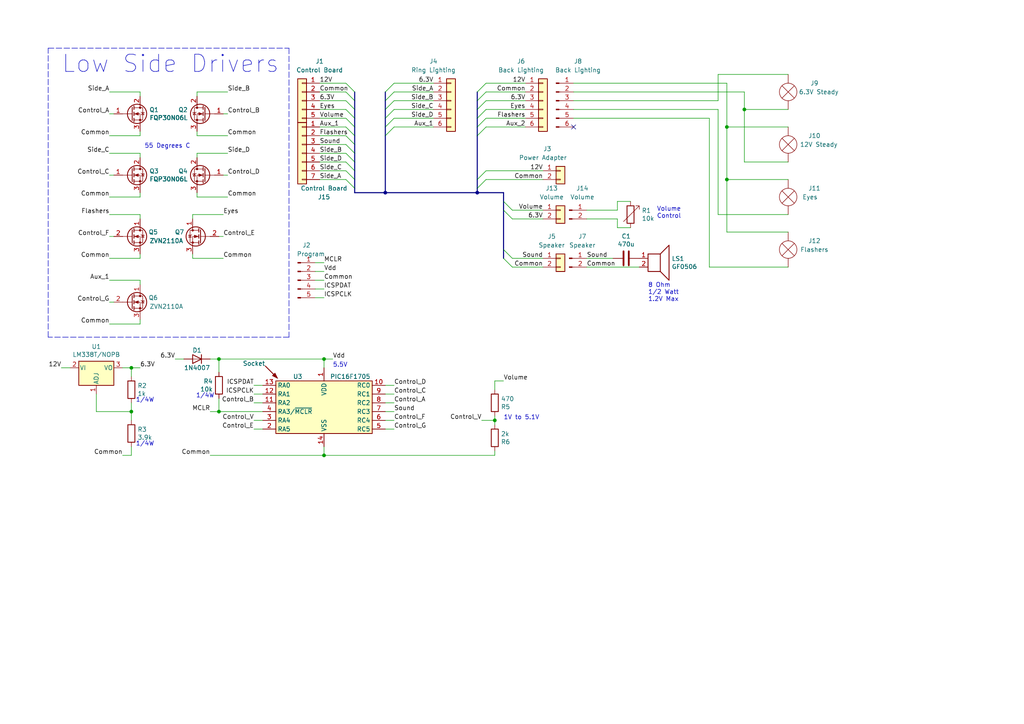
<source format=kicad_sch>
(kicad_sch (version 20231120) (generator "eeschema") (generator_version "8.0")
  (paper "A4")
  (lib_symbols
    (symbol "Connector_Generic:Conn_01x02" (pin_names (offset 1.016) hide)
      (property "Reference" "J" (at 0 2.54 0))
      (property "Value" "Conn_01x02" (at 0 -5.08 0))
      (symbol "Conn_01x02_1_1"
        (rectangle (start -1.27 -2.413) (end 0 -2.667) (stroke (width 0.1524)))
        (rectangle (start -1.27 0.127) (end 0 -0.127) (stroke (width 0.1524)))
        (rectangle (start -1.27 1.27) (end 1.27 -3.81) (stroke (width 0.254)) (fill (type background)))
        (pin passive line (at -5.08 0 0) (length 3.81) (name "Pin_1") (number "1"))
        (pin passive line (at -5.08 -2.54 0) (length 3.81) (name "Pin_2") (number "2"))
      )
    )
    (symbol "Connector_Generic:Conn_01x05" (pin_names (offset 1.016) hide)
      (property "Reference" "J" (at 0 7.62 0))
      (property "Value" "Conn_01x05" (at 0 -7.62 0))
      (symbol "Conn_01x05_1_1"
        (rectangle (start -1.27 -4.953) (end 0 -5.207) (stroke (width 0.1524)))
        (rectangle (start -1.27 -2.413) (end 0 -2.667) (stroke (width 0.1524)))
        (rectangle (start -1.27 0.127) (end 0 -0.127) (stroke (width 0.1524)))
        (rectangle (start -1.27 2.667) (end 0 2.413) (stroke (width 0.1524)))
        (rectangle (start -1.27 5.207) (end 0 4.953) (stroke (width 0.1524)))
        (rectangle (start -1.27 6.35) (end 1.27 -6.35) (stroke (width 0.254)) (fill (type background)))
        (pin passive line (at -5.08 5.08 0) (length 3.81) (name "Pin_1") (number "1"))
        (pin passive line (at -5.08 2.54 0) (length 3.81) (name "Pin_2") (number "2"))
        (pin passive line (at -5.08 0 0) (length 3.81) (name "Pin_3") (number "3"))
        (pin passive line (at -5.08 -2.54 0) (length 3.81) (name "Pin_4") (number "4"))
        (pin passive line (at -5.08 -5.08 0) (length 3.81) (name "Pin_5") (number "5"))
      )
    )
    (symbol "Connector_Generic:Conn_01x06" (pin_names (offset 1.016) hide)
      (property "Reference" "J" (at 0 7.62 0))
      (property "Value" "Conn_01x06" (at 0 -10.16 0))
      (symbol "Conn_01x06_1_1"
        (rectangle (start -1.27 -7.493) (end 0 -7.747) (stroke (width 0.1524)))
        (rectangle (start -1.27 -4.953) (end 0 -5.207) (stroke (width 0.1524)))
        (rectangle (start -1.27 -2.413) (end 0 -2.667) (stroke (width 0.1524)))
        (rectangle (start -1.27 0.127) (end 0 -0.127) (stroke (width 0.1524)))
        (rectangle (start -1.27 2.667) (end 0 2.413) (stroke (width 0.1524)))
        (rectangle (start -1.27 5.207) (end 0 4.953) (stroke (width 0.1524)))
        (rectangle (start -1.27 6.35) (end 1.27 -8.89) (stroke (width 0.254)) (fill (type background)))
        (pin passive line (at -5.08 5.08 0) (length 3.81) (name "Pin_1") (number "1"))
        (pin passive line (at -5.08 2.54 0) (length 3.81) (name "Pin_2") (number "2"))
        (pin passive line (at -5.08 0 0) (length 3.81) (name "Pin_3") (number "3"))
        (pin passive line (at -5.08 -2.54 0) (length 3.81) (name "Pin_4") (number "4"))
        (pin passive line (at -5.08 -5.08 0) (length 3.81) (name "Pin_5") (number "5"))
        (pin passive line (at -5.08 -7.62 0) (length 3.81) (name "Pin_6") (number "6"))
      )
    )
    (symbol "Connector_Generic:Conn_01x07" (pin_names (offset 1.016) hide)
      (property "Reference" "J" (at 0 10.16 0))
      (property "Value" "Conn_01x07" (at 0 -10.16 0))
      (symbol "Conn_01x07_1_1"
        (rectangle (start -1.27 -7.493) (end 0 -7.747) (stroke (width 0.1524)))
        (rectangle (start -1.27 -4.953) (end 0 -5.207) (stroke (width 0.1524)))
        (rectangle (start -1.27 -2.413) (end 0 -2.667) (stroke (width 0.1524)))
        (rectangle (start -1.27 0.127) (end 0 -0.127) (stroke (width 0.1524)))
        (rectangle (start -1.27 2.667) (end 0 2.413) (stroke (width 0.1524)))
        (rectangle (start -1.27 5.207) (end 0 4.953) (stroke (width 0.1524)))
        (rectangle (start -1.27 7.747) (end 0 7.493) (stroke (width 0.1524)))
        (rectangle (start -1.27 8.89) (end 1.27 -8.89) (stroke (width 0.254)) (fill (type background)))
        (pin passive line (at -5.08 7.62 0) (length 3.81) (name "Pin_1") (number "1"))
        (pin passive line (at -5.08 5.08 0) (length 3.81) (name "Pin_2") (number "2"))
        (pin passive line (at -5.08 2.54 0) (length 3.81) (name "Pin_3") (number "3"))
        (pin passive line (at -5.08 0 0) (length 3.81) (name "Pin_4") (number "4"))
        (pin passive line (at -5.08 -2.54 0) (length 3.81) (name "Pin_5") (number "5"))
        (pin passive line (at -5.08 -5.08 0) (length 3.81) (name "Pin_6") (number "6"))
        (pin passive line (at -5.08 -7.62 0) (length 3.81) (name "Pin_7") (number "7"))
      )
    )
    (symbol "Device:C" (pin_numbers hide) (pin_names (offset 0.254))
      (property "Reference" "C" (at 0.635 2.54 0))
      (property "Value" "C" (at 0.635 -2.54 0))
      (symbol "C_0_1"
        (polyline (pts (xy -2.032 -0.762) (xy 2.032 -0.762)) (stroke (width 0.508)))
        (polyline (pts (xy -2.032 0.762) (xy 2.032 0.762)) (stroke (width 0.508)))
      )
      (symbol "C_1_1"
        (pin passive line (at 0 3.81 270) (length 2.794) (name "~") (number "1"))
        (pin passive line (at 0 -3.81 90) (length 2.794) (name "~") (number "2"))
      )
    )
    (symbol "Device:D" (pin_numbers hide) (pin_names (offset 1.016) hide)
      (property "Reference" "D" (at 0 2.54 0))
      (property "Value" "D" (at 0 -2.54 0))
      (symbol "D_0_1"
        (polyline (pts (xy -1.27 1.27) (xy -1.27 -1.27)) (stroke (width 0.254)))
        (polyline (pts (xy 1.27 0) (xy -1.27 0)))
        (polyline (pts (xy 1.27 1.27) (xy 1.27 -1.27) (xy -1.27 0) (xy 1.27 1.27)) (stroke (width 0.254)))
      )
      (symbol "D_1_1"
        (pin passive line (at -3.81 0 0) (length 2.54) (name "K") (number "1"))
        (pin passive line (at 3.81 0 180) (length 2.54) (name "A") (number "2"))
      )
    )
    (symbol "Device:Lamp" (pin_numbers hide) (pin_names (offset 0.0254) hide)
      (property "Reference" "LA" (at 0.635 3.81 0))
      (property "Value" "Lamp" (at 0.635 -3.81 0))
      (symbol "Lamp_0_1"
        (polyline (pts (xy -1.778 1.778) (xy 1.778 -1.778)))
        (polyline (pts (xy 1.778 1.778) (xy -1.778 -1.778)))
        (circle (center 0 0) (radius 2.54))
      )
      (symbol "Lamp_1_1"
        (pin passive line (at 0 -5.08 90) (length 2.54) (name "-") (number "1"))
        (pin passive line (at 0 5.08 270) (length 2.54) (name "+") (number "2"))
      )
    )
    (symbol "Device:Q_NMOS_DGS" (pin_names (offset 0) hide)
      (property "Reference" "Q" (at 5.08 1.27 0))
      (property "Value" "Q_NMOS_DGS" (at 5.08 -1.27 0))
      (symbol "Q_NMOS_DGS_0_1"
        (polyline (pts (xy 0.254 0) (xy -2.54 0)))
        (polyline (pts (xy 0.254 1.905) (xy 0.254 -1.905)) (stroke (width 0.254)))
        (polyline (pts (xy 0.762 -1.27) (xy 0.762 -2.286)) (stroke (width 0.254)))
        (polyline (pts (xy 0.762 0.508) (xy 0.762 -0.508)) (stroke (width 0.254)))
        (polyline (pts (xy 0.762 2.286) (xy 0.762 1.27)) (stroke (width 0.254)))
        (polyline (pts (xy 2.54 2.54) (xy 2.54 1.778)))
        (polyline (pts (xy 2.54 -2.54) (xy 2.54 0) (xy 0.762 0)))
        (polyline (pts (xy 0.762 -1.778) (xy 3.302 -1.778) (xy 3.302 1.778) (xy 0.762 1.778)))
        (polyline (pts (xy 1.016 0) (xy 2.032 0.381) (xy 2.032 -0.381) (xy 1.016 0)) (fill (type outline)))
        (polyline (pts (xy 2.794 0.508) (xy 2.921 0.381) (xy 3.683 0.381) (xy 3.81 0.254)))
        (polyline (pts (xy 3.302 0.381) (xy 2.921 -0.254) (xy 3.683 -0.254) (xy 3.302 0.381)))
        (circle (center 1.651 0) (radius 2.794) (stroke (width 0.254)))
        (circle (center 2.54 -1.778) (radius 0.254) (fill (type outline)))
        (circle (center 2.54 1.778) (radius 0.254) (fill (type outline)))
      )
      (symbol "Q_NMOS_DGS_1_1"
        (pin passive line (at 2.54 5.08 270) (length 2.54) (name "D") (number "1"))
        (pin input line (at -5.08 0 0) (length 2.54) (name "G") (number "2"))
        (pin passive line (at 2.54 -5.08 90) (length 2.54) (name "S") (number "3"))
      )
    )
    (symbol "Device:Q_NMOS_GDS" (pin_names (offset 0) hide)
      (property "Reference" "Q" (at 5.08 1.27 0))
      (property "Value" "Q_NMOS_GDS" (at 5.08 -1.27 0))
      (symbol "Q_NMOS_GDS_0_1"
        (polyline (pts (xy 0.254 0) (xy -2.54 0)))
        (polyline (pts (xy 0.254 1.905) (xy 0.254 -1.905)) (stroke (width 0.254)))
        (polyline (pts (xy 0.762 -1.27) (xy 0.762 -2.286)) (stroke (width 0.254)))
        (polyline (pts (xy 0.762 0.508) (xy 0.762 -0.508)) (stroke (width 0.254)))
        (polyline (pts (xy 0.762 2.286) (xy 0.762 1.27)) (stroke (width 0.254)))
        (polyline (pts (xy 2.54 2.54) (xy 2.54 1.778)))
        (polyline (pts (xy 2.54 -2.54) (xy 2.54 0) (xy 0.762 0)))
        (polyline (pts (xy 0.762 -1.778) (xy 3.302 -1.778) (xy 3.302 1.778) (xy 0.762 1.778)))
        (polyline (pts (xy 1.016 0) (xy 2.032 0.381) (xy 2.032 -0.381) (xy 1.016 0)) (fill (type outline)))
        (polyline (pts (xy 2.794 0.508) (xy 2.921 0.381) (xy 3.683 0.381) (xy 3.81 0.254)))
        (polyline (pts (xy 3.302 0.381) (xy 2.921 -0.254) (xy 3.683 -0.254) (xy 3.302 0.381)))
        (circle (center 1.651 0) (radius 2.794) (stroke (width 0.254)))
        (circle (center 2.54 -1.778) (radius 0.254) (fill (type outline)))
        (circle (center 2.54 1.778) (radius 0.254) (fill (type outline)))
      )
      (symbol "Q_NMOS_GDS_1_1"
        (pin input line (at -5.08 0 0) (length 2.54) (name "G") (number "1"))
        (pin passive line (at 2.54 5.08 270) (length 2.54) (name "D") (number "2"))
        (pin passive line (at 2.54 -5.08 90) (length 2.54) (name "S") (number "3"))
      )
    )
    (symbol "Device:R" (pin_numbers hide) (pin_names (offset 0))
      (property "Reference" "R" (at 2.032 0 90))
      (property "Value" "R" (at 0 0 90))
      (symbol "R_0_1"
        (rectangle (start -1.016 -2.54) (end 1.016 2.54) (stroke (width 0.254)))
      )
      (symbol "R_1_1"
        (pin passive line (at 0 3.81 270) (length 1.27) (name "~") (number "1"))
        (pin passive line (at 0 -3.81 90) (length 1.27) (name "~") (number "2"))
      )
    )
    (symbol "Device:R_Variable" (pin_numbers hide) (pin_names (offset 0))
      (property "Reference" "R" (at 2.54 -2.54 90))
      (property "Value" "R_Variable" (at -2.54 -1.27 90))
      (symbol "R_Variable_0_1"
        (rectangle (start -1.016 -2.54) (end 1.016 2.54) (stroke (width 0.254)))
        (polyline (pts (xy 2.54 1.524) (xy 2.54 2.54) (xy 1.524 2.54) (xy 2.54 2.54) (xy -2.032 -2.032)))
      )
      (symbol "R_Variable_1_1"
        (pin passive line (at 0 3.81 270) (length 1.27) (name "~") (number "1"))
        (pin passive line (at 0 -3.81 90) (length 1.27) (name "~") (number "2"))
      )
    )
    (symbol "Device:Speaker" (pin_names (offset 0) hide)
      (property "Reference" "LS" (at 1.27 5.715 0))
      (property "Value" "Speaker" (at 1.27 3.81 0))
      (symbol "Speaker_0_0"
        (rectangle (start -2.54 1.27) (end 1.016 -3.81) (stroke (width 0.254)))
        (polyline (pts (xy 1.016 1.27) (xy 3.556 3.81) (xy 3.556 -6.35) (xy 1.016 -3.81)) (stroke (width 0.254)))
      )
      (symbol "Speaker_1_1"
        (pin input line (at -5.08 0 0) (length 2.54) (name "1") (number "1"))
        (pin input line (at -5.08 -2.54 0) (length 2.54) (name "2") (number "2"))
      )
    )
    (symbol "DriverBoard-rescue:Conn_01x02_Male-Connector" (pin_names (offset 1.016) hide)
      (property "Reference" "J" (at 0 2.54 0))
      (property "Value" "Connector_Conn_01x02_Male" (at 0 -5.08 0))
      (symbol "Conn_01x02_Male-Connector_1_1"
        (polyline (pts (xy 1.27 -2.54) (xy 0.8636 -2.54)) (stroke (width 0.1524)))
        (polyline (pts (xy 1.27 0) (xy 0.8636 0)) (stroke (width 0.1524)))
        (rectangle (start 0.8636 -2.413) (end 0 -2.667) (stroke (width 0.1524)) (fill (type outline)))
        (rectangle (start 0.8636 0.127) (end 0 -0.127) (stroke (width 0.1524)) (fill (type outline)))
        (pin passive line (at 5.08 0 180) (length 3.81) (name "Pin_1") (number "1"))
        (pin passive line (at 5.08 -2.54 180) (length 3.81) (name "Pin_2") (number "2"))
      )
    )
    (symbol "DriverBoard-rescue:Conn_01x05_Male-Connector" (pin_names (offset 1.016) hide)
      (property "Reference" "J" (at 0 7.62 0))
      (property "Value" "Connector_Conn_01x05_Male" (at 0 -7.62 0))
      (symbol "Conn_01x05_Male-Connector_1_1"
        (polyline (pts (xy 1.27 -5.08) (xy 0.8636 -5.08)) (stroke (width 0.1524)))
        (polyline (pts (xy 1.27 -2.54) (xy 0.8636 -2.54)) (stroke (width 0.1524)))
        (polyline (pts (xy 1.27 0) (xy 0.8636 0)) (stroke (width 0.1524)))
        (polyline (pts (xy 1.27 2.54) (xy 0.8636 2.54)) (stroke (width 0.1524)))
        (polyline (pts (xy 1.27 5.08) (xy 0.8636 5.08)) (stroke (width 0.1524)))
        (rectangle (start 0.8636 -4.953) (end 0 -5.207) (stroke (width 0.1524)) (fill (type outline)))
        (rectangle (start 0.8636 -2.413) (end 0 -2.667) (stroke (width 0.1524)) (fill (type outline)))
        (rectangle (start 0.8636 0.127) (end 0 -0.127) (stroke (width 0.1524)) (fill (type outline)))
        (rectangle (start 0.8636 2.667) (end 0 2.413) (stroke (width 0.1524)) (fill (type outline)))
        (rectangle (start 0.8636 5.207) (end 0 4.953) (stroke (width 0.1524)) (fill (type outline)))
        (pin passive line (at 5.08 5.08 180) (length 3.81) (name "Pin_1") (number "1"))
        (pin passive line (at 5.08 2.54 180) (length 3.81) (name "Pin_2") (number "2"))
        (pin passive line (at 5.08 0 180) (length 3.81) (name "Pin_3") (number "3"))
        (pin passive line (at 5.08 -2.54 180) (length 3.81) (name "Pin_4") (number "4"))
        (pin passive line (at 5.08 -5.08 180) (length 3.81) (name "Pin_5") (number "5"))
      )
    )
    (symbol "DriverBoard-rescue:Conn_01x06_Male-Connector" (pin_names (offset 1.016) hide)
      (property "Reference" "J" (at 0 7.62 0))
      (property "Value" "Connector_Conn_01x06_Male" (at 0 -10.16 0))
      (symbol "Conn_01x06_Male-Connector_1_1"
        (polyline (pts (xy 1.27 -7.62) (xy 0.8636 -7.62)) (stroke (width 0.1524)))
        (polyline (pts (xy 1.27 -5.08) (xy 0.8636 -5.08)) (stroke (width 0.1524)))
        (polyline (pts (xy 1.27 -2.54) (xy 0.8636 -2.54)) (stroke (width 0.1524)))
        (polyline (pts (xy 1.27 0) (xy 0.8636 0)) (stroke (width 0.1524)))
        (polyline (pts (xy 1.27 2.54) (xy 0.8636 2.54)) (stroke (width 0.1524)))
        (polyline (pts (xy 1.27 5.08) (xy 0.8636 5.08)) (stroke (width 0.1524)))
        (rectangle (start 0.8636 -7.493) (end 0 -7.747) (stroke (width 0.1524)) (fill (type outline)))
        (rectangle (start 0.8636 -4.953) (end 0 -5.207) (stroke (width 0.1524)) (fill (type outline)))
        (rectangle (start 0.8636 -2.413) (end 0 -2.667) (stroke (width 0.1524)) (fill (type outline)))
        (rectangle (start 0.8636 0.127) (end 0 -0.127) (stroke (width 0.1524)) (fill (type outline)))
        (rectangle (start 0.8636 2.667) (end 0 2.413) (stroke (width 0.1524)) (fill (type outline)))
        (rectangle (start 0.8636 5.207) (end 0 4.953) (stroke (width 0.1524)) (fill (type outline)))
        (pin passive line (at 5.08 5.08 180) (length 3.81) (name "Pin_1") (number "1"))
        (pin passive line (at 5.08 2.54 180) (length 3.81) (name "Pin_2") (number "2"))
        (pin passive line (at 5.08 0 180) (length 3.81) (name "Pin_3") (number "3"))
        (pin passive line (at 5.08 -2.54 180) (length 3.81) (name "Pin_4") (number "4"))
        (pin passive line (at 5.08 -5.08 180) (length 3.81) (name "Pin_5") (number "5"))
        (pin passive line (at 5.08 -7.62 180) (length 3.81) (name "Pin_6") (number "6"))
      )
    )
    (symbol "Graphic:SYM_Arrow45_Normal" (in_bom no) (on_board no)
      (symbol "SYM_Arrow45_Normal_0_1"
        (polyline (pts (xy 1.524 -1.524) (xy -1.778 1.778)) (stroke (width 0.254)))
        (polyline (pts (xy 1.778 -1.778) (xy 0.254 -1.016) (xy 1.016 -0.254) (xy 1.778 -1.778)) (fill (type outline)))
      )
    )
    (symbol "MCU_Microchip_PIC16:PIC16F18344-xSL"
      (property "Reference" "U" (at -13.97 10.16 0))
      (property "Value" "PIC16F18344-xSL" (at 1.27 10.16 0))
      (symbol "PIC16F18344-xSL_1_1"
        (rectangle (start -13.97 8.89) (end 13.97 -6.35) (stroke (width 0.254)) (fill (type background)))
        (pin power_in line (at 0 12.7 270) (length 3.81) (name "VDD") (number "1"))
        (pin bidirectional line (at 17.78 7.62 180) (length 3.81) (name "RC0") (number "10"))
        (pin bidirectional line (at -17.78 2.54 0) (length 3.81) (name "RA2") (number "11"))
        (pin bidirectional line (at -17.78 5.08 0) (length 3.81) (name "RA1") (number "12"))
        (pin bidirectional line (at -17.78 7.62 0) (length 3.81) (name "RA0") (number "13"))
        (pin power_in line (at 0 -10.16 90) (length 3.81) (name "VSS") (number "14"))
        (pin bidirectional line (at -17.78 -5.08 0) (length 3.81) (name "RA5") (number "2"))
        (pin bidirectional line (at -17.78 -2.54 0) (length 3.81) (name "RA4") (number "3"))
        (pin bidirectional line (at -17.78 0 0) (length 3.81) (name "RA3/~{MCLR}") (number "4"))
        (pin bidirectional line (at 17.78 -5.08 180) (length 3.81) (name "RC5") (number "5"))
        (pin bidirectional line (at 17.78 -2.54 180) (length 3.81) (name "RC4") (number "6"))
        (pin bidirectional line (at 17.78 0 180) (length 3.81) (name "RC3") (number "7"))
        (pin bidirectional line (at 17.78 2.54 180) (length 3.81) (name "RC2") (number "8"))
        (pin bidirectional line (at 17.78 5.08 180) (length 3.81) (name "RC1") (number "9"))
      )
    )
    (symbol "Regulator_Linear:LM337_TO220" (pin_names (offset 0.254))
      (property "Reference" "U" (at -3.81 -3.175 0))
      (property "Value" "LM337_TO220" (at 0 -3.175 0))
      (symbol "LM337_TO220_0_1"
        (rectangle (start -5.08 5.08) (end 5.08 -1.905) (stroke (width 0.254)) (fill (type background)))
      )
      (symbol "LM337_TO220_1_1"
        (pin input line (at 0 7.62 270) (length 2.54) (name "ADJ") (number "1"))
        (pin power_in line (at -7.62 0 0) (length 2.54) (name "VI") (number "2"))
        (pin power_out line (at 7.62 0 180) (length 2.54) (name "VO") (number "3"))
      )
    )
  )
  (junction (at 93.98 132.08))
  (junction (at 38.1 119.38))
  (junction (at 38.1 106.68))
  (junction (at 143.51 121.92))
  (junction (at 210.82 36.83))
  (junction (at 138.43 55.88))
  (junction (at 111.76 55.88))
  (junction (at 63.5 119.38))
  (junction (at 63.5 104.14))
  (junction (at 215.9 31.75))
  (junction (at 210.82 52.07))
  (junction (at 93.98 104.14))
  (no_connect (at 166.37 36.83))
  (bus_entry (at 100.33 26.67) (size 2.54 2.54))
  (bus_entry (at 138.43 26.67) (size 2.54 -2.54))
  (bus_entry (at 138.43 36.83) (size 2.54 -2.54))
  (bus_entry (at 111.76 36.83) (size 2.54 -2.54))
  (bus_entry (at 148.59 60.96) (size -2.54 -2.54))
  (bus_entry (at 111.76 34.29) (size 2.54 -2.54))
  (bus_entry (at 100.33 44.45) (size 2.54 2.54))
  (bus_entry (at 100.33 29.21) (size 2.54 2.54))
  (bus_entry (at 100.33 52.07) (size 2.54 2.54))
  (bus_entry (at 138.43 52.07) (size 2.54 -2.54))
  (bus_entry (at 100.33 41.91) (size 2.54 2.54))
  (bus_entry (at 111.76 39.37) (size 2.54 -2.54))
  (bus_entry (at 111.76 29.21) (size 2.54 -2.54))
  (bus_entry (at 100.33 39.37) (size 2.54 2.54))
  (bus_entry (at 100.33 24.13) (size 2.54 2.54))
  (bus_entry (at 148.59 63.5) (size -2.54 -2.54))
  (bus_entry (at 100.33 34.29) (size 2.54 2.54))
  (bus_entry (at 100.33 36.83) (size 2.54 2.54))
  (bus_entry (at 100.33 46.99) (size 2.54 2.54))
  (bus_entry (at 100.33 31.75) (size 2.54 2.54))
  (bus_entry (at 138.43 34.29) (size 2.54 -2.54))
  (bus_entry (at 148.59 77.47) (size -2.54 -2.54))
  (bus_entry (at 148.59 74.93) (size -2.54 -2.54))
  (bus_entry (at 111.76 26.67) (size 2.54 -2.54))
  (bus_entry (at 138.43 39.37) (size 2.54 -2.54))
  (bus_entry (at 111.76 31.75) (size 2.54 -2.54))
  (bus_entry (at 138.43 31.75) (size 2.54 -2.54))
  (bus_entry (at 100.33 49.53) (size 2.54 2.54))
  (bus_entry (at 138.43 54.61) (size 2.54 -2.54))
  (bus_entry (at 138.43 29.21) (size 2.54 -2.54))
  (bus (pts (xy 146.05 72.39) (xy 146.05 74.93)))
  (bus (pts (xy 146.05 58.42) (xy 146.05 60.96)))
  (wire (pts (xy 40.64 93.98) (xy 31.75 93.98)))
  (wire (pts (xy 57.15 26.67) (xy 57.15 27.94)))
  (wire (pts (xy 76.2 114.3) (xy 73.66 114.3)))
  (wire (pts (xy 228.6 67.31) (xy 210.82 67.31)))
  (wire (pts (xy 210.82 52.07) (xy 210.82 67.31)))
  (wire (pts (xy 114.3 26.67) (xy 125.73 26.67)))
  (bus (pts (xy 138.43 26.67) (xy 138.43 29.21)))
  (wire (pts (xy 205.74 34.29) (xy 205.74 77.47)))
  (wire (pts (xy 179.07 58.42) (xy 182.88 58.42)))
  (wire (pts (xy 73.66 116.84) (xy 76.2 116.84)))
  (wire (pts (xy 179.07 63.5) (xy 170.18 63.5)))
  (wire (pts (xy 111.76 111.76) (xy 114.3 111.76)))
  (wire (pts (xy 179.07 66.04) (xy 179.07 63.5)))
  (bus (pts (xy 138.43 29.21) (xy 138.43 31.75)))
  (wire (pts (xy 40.64 55.88) (xy 40.64 57.15)))
  (wire (pts (xy 111.76 114.3) (xy 114.3 114.3)))
  (wire (pts (xy 92.71 52.07) (xy 100.33 52.07)))
  (wire (pts (xy 40.64 57.15) (xy 31.75 57.15)))
  (wire (pts (xy 92.71 24.13) (xy 100.33 24.13)))
  (polyline (pts (xy 83.82 13.97) (xy 83.82 97.79)) (stroke (width 0) (type dash)))
  (wire (pts (xy 38.1 106.68) (xy 40.64 106.68)))
  (wire (pts (xy 40.64 74.93) (xy 31.75 74.93)))
  (wire (pts (xy 31.75 81.28) (xy 40.64 81.28)))
  (wire (pts (xy 148.59 60.96) (xy 157.48 60.96)))
  (wire (pts (xy 38.1 119.38) (xy 38.1 121.92)))
  (wire (pts (xy 143.51 121.92) (xy 143.51 123.19)))
  (wire (pts (xy 208.28 21.59) (xy 208.28 29.21)))
  (bus (pts (xy 102.87 54.61) (xy 102.87 55.88)))
  (wire (pts (xy 40.64 93.98) (xy 40.64 92.71)))
  (wire (pts (xy 143.51 113.03) (xy 143.51 110.49)))
  (wire (pts (xy 35.56 132.08) (xy 38.1 132.08)))
  (wire (pts (xy 92.71 39.37) (xy 100.33 39.37)))
  (wire (pts (xy 33.02 68.58) (xy 31.75 68.58)))
  (wire (pts (xy 38.1 109.22) (xy 38.1 106.68)))
  (wire (pts (xy 40.64 38.1) (xy 40.64 39.37)))
  (wire (pts (xy 64.77 33.02) (xy 66.04 33.02)))
  (wire (pts (xy 40.64 39.37) (xy 31.75 39.37)))
  (polyline (pts (xy 13.97 13.97) (xy 83.82 13.97)) (stroke (width 0) (type dash)))
  (wire (pts (xy 93.98 81.28) (xy 91.44 81.28)))
  (bus (pts (xy 102.87 44.45) (xy 102.87 46.99)))
  (wire (pts (xy 57.15 57.15) (xy 66.04 57.15)))
  (wire (pts (xy 111.76 119.38) (xy 114.3 119.38)))
  (wire (pts (xy 55.88 74.93) (xy 64.77 74.93)))
  (wire (pts (xy 55.88 74.93) (xy 55.88 73.66)))
  (wire (pts (xy 140.97 24.13) (xy 152.4 24.13)))
  (bus (pts (xy 138.43 31.75) (xy 138.43 34.29)))
  (wire (pts (xy 93.98 83.82) (xy 91.44 83.82)))
  (wire (pts (xy 111.76 116.84) (xy 114.3 116.84)))
  (bus (pts (xy 138.43 54.61) (xy 138.43 55.88)))
  (bus (pts (xy 102.87 52.07) (xy 102.87 54.61)))
  (wire (pts (xy 140.97 29.21) (xy 152.4 29.21)))
  (wire (pts (xy 114.3 121.92) (xy 111.76 121.92)))
  (wire (pts (xy 157.48 52.07) (xy 140.97 52.07)))
  (wire (pts (xy 93.98 78.74) (xy 91.44 78.74)))
  (wire (pts (xy 40.64 74.93) (xy 40.64 73.66)))
  (wire (pts (xy 148.59 74.93) (xy 157.48 74.93)))
  (wire (pts (xy 33.02 87.63) (xy 31.75 87.63)))
  (bus (pts (xy 102.87 46.99) (xy 102.87 49.53)))
  (wire (pts (xy 31.75 44.45) (xy 40.64 44.45)))
  (wire (pts (xy 73.66 111.76) (xy 76.2 111.76)))
  (bus (pts (xy 102.87 34.29) (xy 102.87 36.83)))
  (wire (pts (xy 100.33 36.83) (xy 92.71 36.83)))
  (wire (pts (xy 33.02 33.02) (xy 31.75 33.02)))
  (wire (pts (xy 140.97 49.53) (xy 157.48 49.53)))
  (wire (pts (xy 152.4 36.83) (xy 140.97 36.83)))
  (wire (pts (xy 27.94 119.38) (xy 38.1 119.38)))
  (wire (pts (xy 40.64 81.28) (xy 40.64 82.55)))
  (wire (pts (xy 63.5 104.14) (xy 93.98 104.14)))
  (wire (pts (xy 208.28 21.59) (xy 228.6 21.59)))
  (wire (pts (xy 31.75 62.23) (xy 40.64 62.23)))
  (bus (pts (xy 111.76 29.21) (xy 111.76 31.75)))
  (wire (pts (xy 55.88 63.5) (xy 55.88 62.23)))
  (wire (pts (xy 228.6 31.75) (xy 215.9 31.75)))
  (wire (pts (xy 27.94 114.3) (xy 27.94 119.38)))
  (wire (pts (xy 157.48 77.47) (xy 148.59 77.47)))
  (bus (pts (xy 102.87 49.53) (xy 102.87 52.07)))
  (bus (pts (xy 102.87 31.75) (xy 102.87 34.29)))
  (polyline (pts (xy 83.82 97.79) (xy 13.97 97.79)) (stroke (width 0) (type dash)))
  (bus (pts (xy 111.76 55.88) (xy 138.43 55.88)))
  (wire (pts (xy 38.1 106.68) (xy 35.56 106.68)))
  (wire (pts (xy 60.96 104.14) (xy 63.5 104.14)))
  (wire (pts (xy 92.71 46.99) (xy 100.33 46.99)))
  (wire (pts (xy 205.74 77.47) (xy 228.6 77.47)))
  (wire (pts (xy 166.37 26.67) (xy 215.9 26.67)))
  (wire (pts (xy 92.71 44.45) (xy 100.33 44.45)))
  (wire (pts (xy 93.98 129.54) (xy 93.98 132.08)))
  (wire (pts (xy 170.18 77.47) (xy 185.42 77.47)))
  (wire (pts (xy 63.5 68.58) (xy 64.77 68.58)))
  (wire (pts (xy 55.88 62.23) (xy 64.77 62.23)))
  (wire (pts (xy 63.5 119.38) (xy 63.5 115.57)))
  (wire (pts (xy 53.34 104.14) (xy 50.8 104.14)))
  (bus (pts (xy 111.76 31.75) (xy 111.76 34.29)))
  (bus (pts (xy 111.76 39.37) (xy 111.76 55.88)))
  (wire (pts (xy 40.64 62.23) (xy 40.64 63.5)))
  (wire (pts (xy 40.64 45.72) (xy 40.64 44.45)))
  (wire (pts (xy 38.1 119.38) (xy 38.1 116.84)))
  (wire (pts (xy 60.96 119.38) (xy 63.5 119.38)))
  (bus (pts (xy 138.43 52.07) (xy 138.43 54.61)))
  (wire (pts (xy 143.51 110.49) (xy 146.05 110.49)))
  (wire (pts (xy 66.04 44.45) (xy 57.15 44.45)))
  (bus (pts (xy 102.87 41.91) (xy 102.87 44.45)))
  (wire (pts (xy 228.6 36.83) (xy 210.82 36.83)))
  (wire (pts (xy 210.82 36.83) (xy 210.82 24.13)))
  (wire (pts (xy 208.28 31.75) (xy 166.37 31.75)))
  (wire (pts (xy 140.97 31.75) (xy 152.4 31.75)))
  (wire (pts (xy 114.3 34.29) (xy 125.73 34.29)))
  (wire (pts (xy 92.71 29.21) (xy 100.33 29.21)))
  (bus (pts (xy 102.87 55.88) (xy 111.76 55.88)))
  (bus (pts (xy 138.43 39.37) (xy 138.43 52.07)))
  (wire (pts (xy 31.75 26.67) (xy 40.64 26.67)))
  (wire (pts (xy 57.15 38.1) (xy 57.15 39.37)))
  (wire (pts (xy 63.5 119.38) (xy 76.2 119.38)))
  (wire (pts (xy 210.82 24.13) (xy 166.37 24.13)))
  (bus (pts (xy 111.76 26.67) (xy 111.76 29.21)))
  (bus (pts (xy 102.87 29.21) (xy 102.87 31.75)))
  (wire (pts (xy 92.71 34.29) (xy 100.33 34.29)))
  (wire (pts (xy 114.3 29.21) (xy 125.73 29.21)))
  (wire (pts (xy 96.52 104.14) (xy 93.98 104.14)))
  (wire (pts (xy 57.15 55.88) (xy 57.15 57.15)))
  (bus (pts (xy 111.76 36.83) (xy 111.76 39.37)))
  (wire (pts (xy 208.28 29.21) (xy 166.37 29.21)))
  (wire (pts (xy 40.64 27.94) (xy 40.64 26.67)))
  (wire (pts (xy 63.5 107.95) (xy 63.5 104.14)))
  (bus (pts (xy 111.76 34.29) (xy 111.76 36.83)))
  (bus (pts (xy 102.87 26.67) (xy 102.87 29.21)))
  (wire (pts (xy 76.2 121.92) (xy 73.66 121.92)))
  (wire (pts (xy 228.6 62.23) (xy 208.28 62.23)))
  (wire (pts (xy 179.07 60.96) (xy 179.07 58.42)))
  (bus (pts (xy 138.43 34.29) (xy 138.43 36.83)))
  (wire (pts (xy 228.6 46.99) (xy 215.9 46.99)))
  (wire (pts (xy 100.33 49.53) (xy 92.71 49.53)))
  (wire (pts (xy 143.51 130.81) (xy 143.51 132.08)))
  (wire (pts (xy 143.51 120.65) (xy 143.51 121.92)))
  (wire (pts (xy 114.3 24.13) (xy 125.73 24.13)))
  (wire (pts (xy 215.9 26.67) (xy 215.9 31.75)))
  (wire (pts (xy 210.82 52.07) (xy 228.6 52.07)))
  (wire (pts (xy 140.97 26.67) (xy 152.4 26.67)))
  (wire (pts (xy 57.15 44.45) (xy 57.15 45.72)))
  (wire (pts (xy 210.82 36.83) (xy 210.82 52.07)))
  (wire (pts (xy 73.66 124.46) (xy 76.2 124.46)))
  (wire (pts (xy 177.8 74.93) (xy 170.18 74.93)))
  (bus (pts (xy 102.87 39.37) (xy 102.87 41.91)))
  (wire (pts (xy 93.98 86.36) (xy 91.44 86.36)))
  (wire (pts (xy 208.28 62.23) (xy 208.28 31.75)))
  (bus (pts (xy 102.87 36.83) (xy 102.87 39.37)))
  (wire (pts (xy 166.37 34.29) (xy 205.74 34.29)))
  (bus (pts (xy 146.05 60.96) (xy 146.05 72.39)))
  (wire (pts (xy 57.15 39.37) (xy 66.04 39.37)))
  (wire (pts (xy 140.97 34.29) (xy 152.4 34.29)))
  (wire (pts (xy 64.77 50.8) (xy 66.04 50.8)))
  (wire (pts (xy 182.88 66.04) (xy 179.07 66.04)))
  (wire (pts (xy 111.76 124.46) (xy 114.3 124.46)))
  (polyline (pts (xy 13.97 97.79) (xy 13.97 13.97)) (stroke (width 0) (type dash)))
  (wire (pts (xy 38.1 129.54) (xy 38.1 132.08)))
  (wire (pts (xy 93.98 106.68) (xy 93.98 104.14)))
  (bus (pts (xy 146.05 55.88) (xy 146.05 58.42)))
  (wire (pts (xy 139.7 121.92) (xy 143.51 121.92)))
  (bus (pts (xy 138.43 36.83) (xy 138.43 39.37)))
  (wire (pts (xy 100.33 26.67) (xy 92.71 26.67)))
  (wire (pts (xy 114.3 36.83) (xy 125.73 36.83)))
  (wire (pts (xy 91.44 76.2) (xy 93.98 76.2)))
  (bus (pts (xy 138.43 55.88) (xy 146.05 55.88)))
  (wire (pts (xy 93.98 132.08) (xy 143.51 132.08)))
  (wire (pts (xy 17.78 106.68) (xy 20.32 106.68)))
  (wire (pts (xy 148.59 63.5) (xy 157.48 63.5)))
  (wire (pts (xy 66.04 26.67) (xy 57.15 26.67)))
  (wire (pts (xy 215.9 31.75) (xy 215.9 46.99)))
  (wire (pts (xy 100.33 31.75) (xy 92.71 31.75)))
  (wire (pts (xy 170.18 60.96) (xy 179.07 60.96)))
  (wire (pts (xy 114.3 31.75) (xy 125.73 31.75)))
  (wire (pts (xy 100.33 41.91) (xy 92.71 41.91)))
  (wire (pts (xy 60.96 132.08) (xy 93.98 132.08)))
  (wire (pts (xy 33.02 50.8) (xy 31.75 50.8)))
  (text "1V to 5.1V" (at 146.05 121.92 0) (effects (font (size 1.27 1.27)) (justify left bottom)))
  (text "8 Ohm\n1/2 Watt\n1.2V Max" (at 187.96 87.63 0) (effects (font (size 1.27 1.27)) (justify left bottom)))
  (text "1/4W" (at 39.37 116.84 0) (effects (font (size 1.27 1.27)) (justify left bottom)))
  (text "55 Degrees C" (at 41.91 43.18 0) (effects (font (size 1.27 1.27)) (justify left bottom)))
  (text "1/4W" (at 39.37 129.54 0) (effects (font (size 1.27 1.27)) (justify left bottom)))
  (text "Volume\nControl" (at 190.5 63.5 0) (effects (font (size 1.27 1.27)) (justify left bottom)))
  (text "Low Side Drivers" (at 17.78 21.59 0) (effects (font (size 5.0038 5.0038)) (justify left bottom)))
  (text "5.5V" (at 96.52 106.68 0) (effects (font (size 1.27 1.27)) (justify left bottom)))
  (text "1/4W" (at 62.23 115.57 0) (effects (font (size 1.27 1.27)) (justify right bottom)))
  (label "6.3V" (at 152.4 29.21 180))
  (label "Side_C" (at 125.73 31.75 180))
  (label "Common" (at 31.75 57.15 180))
  (label "Common" (at 93.98 81.28 0))
  (label "Common" (at 64.77 74.93 0))
  (label "Aux_1" (at 31.75 81.28 180))
  (label "Control_E" (at 73.66 124.46 180))
  (label "Side_B" (at 125.73 29.21 180))
  (label "12V" (at 152.4 24.13 180))
  (label "Sound" (at 170.18 74.93 0))
  (label "6.3V" (at 40.64 106.68 0))
  (label "Common" (at 157.48 52.07 180))
  (label "ICSPDAT" (at 93.98 83.82 0))
  (label "Side_D" (at 125.73 34.29 180))
  (label "12V" (at 157.48 49.53 180))
  (label "Control_B" (at 73.66 116.84 180))
  (label "Side_D" (at 92.71 46.99 0))
  (label "Common" (at 157.48 77.47 180))
  (label "Common" (at 66.04 57.15 0))
  (label "Aux_2" (at 152.4 36.83 180))
  (label "Common" (at 60.96 132.08 180))
  (label "Control_E" (at 64.77 68.58 0))
  (label "Eyes" (at 152.4 31.75 180))
  (label "Flashers" (at 31.75 62.23 180))
  (label "Vdd" (at 96.52 104.14 0))
  (label "ICSPCLK" (at 93.98 86.36 0))
  (label "Side_B" (at 66.04 26.67 0))
  (label "Flashers" (at 92.71 39.37 0))
  (label "Control_V" (at 73.66 121.92 180))
  (label "Common" (at 31.75 74.93 180))
  (label "Control_V" (at 139.7 121.92 180))
  (label "Volume" (at 146.05 110.49 0))
  (label "Sound" (at 92.71 41.91 0))
  (label "Side_D" (at 66.04 44.45 0))
  (label "Control_G" (at 114.3 124.46 0))
  (label "ICSPCLK" (at 73.66 114.3 180))
  (label "Control_C" (at 31.75 50.8 180))
  (label "12V" (at 17.78 106.68 180))
  (label "Control_G" (at 31.75 87.63 180))
  (label "6.3V" (at 92.71 29.21 0))
  (label "Common" (at 170.18 77.47 0))
  (label "6.3V" (at 50.8 104.14 180))
  (label "Control_F" (at 114.3 121.92 0))
  (label "Side_B" (at 92.71 44.45 0))
  (label "Common" (at 92.71 26.67 0))
  (label "6.3V" (at 125.73 24.13 180))
  (label "Control_A" (at 114.3 116.84 0))
  (label "Common" (at 35.56 132.08 180))
  (label "Common" (at 66.04 39.37 0))
  (label "Volume" (at 92.71 34.29 0))
  (label "Volume" (at 157.48 60.96 180))
  (label "Control_F" (at 31.75 68.58 180))
  (label "Vdd" (at 93.98 78.74 0))
  (label "Control_B" (at 66.04 33.02 0))
  (label "Control_D" (at 114.3 111.76 0))
  (label "Aux_1" (at 92.71 36.83 0))
  (label "Side_A" (at 31.75 26.67 180))
  (label "Control_C" (at 114.3 114.3 0))
  (label "Side_A" (at 125.73 26.67 180))
  (label "Flashers" (at 152.4 34.29 180))
  (label "Common" (at 31.75 93.98 180))
  (label "ICSPDAT" (at 73.66 111.76 180))
  (label "Side_C" (at 31.75 44.45 180))
  (label "Side_C" (at 92.71 49.53 0))
  (label "12V" (at 92.71 24.13 0))
  (label "Eyes" (at 64.77 62.23 0))
  (label "Sound" (at 157.48 74.93 180))
  (label "Control_A" (at 31.75 33.02 180))
  (label "Side_A" (at 92.71 52.07 0))
  (label "Control_D" (at 66.04 50.8 0))
  (label "Eyes" (at 92.71 31.75 0))
  (label "Sound" (at 114.3 119.38 0))
  (label "MCLR" (at 93.98 76.2 0))
  (label "Common" (at 31.75 39.37 180))
  (label "6.3V" (at 157.48 63.5 180))
  (label "MCLR" (at 60.96 119.38 180))
  (label "Common" (at 152.4 26.67 180))
  (label "Aux_1" (at 125.73 36.83 180))
  (symbol (lib_id "Regulator_Linear:LM337_TO220") (at 27.94 106.68 0) (mirror x) (unit 1)
    (property "Reference" "U1" (at 27.94 100.5332 0))
    (property "Value" "LM338T/NOPB" (at 27.94 102.8446 0))
    (property "Footprint" "Package_TO_SOT_THT:TO-220-3_Vertical" (effects (hide yes)))
    (property "Datasheet" "https://www.ti.com/lit/ds/symlink/lm338.pdf?HQS=dis-dk-null-digikeymode-dsf-pf-null-wwe&ts=1609261639629" (effects (hide yes)))
  )
  (symbol (lib_id "Device:R") (at 38.1 113.03 0) (unit 1)
    (property "Reference" "R2" (at 39.878 111.8616 0) (effects (justify left)))
    (property "Value" "1k" (at 39.878 114.173 0) (effects (justify left)))
    (property "Footprint" "Resistor_THT:R_Axial_DIN0204_L3.6mm_D1.6mm_P7.62mm_Horizontal" (effects (hide yes)))
    (property "Datasheet" "N/A" (effects (hide yes)))
  )
  (symbol (lib_id "Device:R") (at 38.1 125.73 0) (unit 1)
    (property "Reference" "R3" (at 39.878 124.5616 0) (effects (justify left)))
    (property "Value" "3.9k" (at 39.878 126.873 0) (effects (justify left)))
    (property "Footprint" "Resistor_THT:R_Axial_DIN0204_L3.6mm_D1.6mm_P7.62mm_Horizontal" (effects (hide yes)))
    (property "Datasheet" "N/A" (effects (hide yes)))
  )
  (symbol (lib_id "Graphic:SYM_Arrow45_Normal") (at 78.74 107.95 0) (unit 1)
    (property "Reference" "Socket1" (effects (hide yes)))
    (property "Value" "Socket" (at 73.66 105.41 0))
    (property "Datasheet" "https://www.digikey.ca/en/products/detail/on-shore-technology-inc/ED14DT/4147595" (effects (hide yes)))
  )
  (symbol (lib_id "Device:Speaker") (at 190.5 74.93 0) (unit 1)
    (property "Reference" "LS1" (at 194.818 75.0316 0) (effects (justify left)))
    (property "Value" "GF0506" (at 194.818 77.343 0) (effects (justify left)))
    (property "Datasheet" "https://www.digikey.ca/en/products/detail/cui-devices/GF0506/304435" (effects (hide yes)))
  )
  (symbol (lib_id "Device:Q_NMOS_DGS") (at 38.1 68.58 0) (unit 1)
    (property "Reference" "Q5" (at 44.45 67.31 0))
    (property "Value" "ZVN2110A" (at 48.26 69.85 0))
    (property "Footprint" "Package_TO_SOT_THT:TO-92S_Wide" (effects (hide yes)))
    (property "Datasheet" "https://www.diodes.com/assets/Datasheets/ZVN2110A.pdf" (effects (hide yes)))
  )
  (symbol (lib_id "Device:Q_NMOS_GDS") (at 59.69 33.02 0) (mirror y) (unit 1)
    (property "Reference" "Q2" (at 54.483 31.8516 0) (effects (justify left)))
    (property "Value" "FQP30N06L" (at 54.483 34.163 0) (effects (justify left)))
    (property "Footprint" "Package_TO_SOT_THT:TO-220-3_Vertical" (effects (hide yes)))
    (property "Datasheet" "https://www.onsemi.com/pub/Collateral/FQP30N06L-D.pdf" (effects (hide yes)))
  )
  (symbol (lib_id "MCU_Microchip_PIC16:PIC16F18344-xSL") (at 93.98 119.38 0) (unit 1)
    (property "Reference" "U3" (at 86.36 109.22 0))
    (property "Value" "PIC16F1705" (at 101.6 109.22 0))
    (property "Footprint" "Package_DIP:DIP-14_W7.62mm" (effects (hide yes)))
    (property "Datasheet" "https://www.digikey.ca/en/products/detail/microchip-technology/PIC16F1705-I-P/4439830" (effects (hide yes)))
  )
  (symbol (lib_id "DriverBoard-rescue:Conn_01x05_Male-Connector") (at 86.36 81.28 0) (unit 1)
    (property "Reference" "J2" (at 88.9 71.12 0))
    (property "Value" "Program" (at 90.17 73.66 0))
    (property "Footprint" "Connector_PinHeader_2.54mm:PinHeader_1x05_P2.54mm_Vertical" (effects (hide yes)))
    (property "Datasheet" "N/A" (effects (hide yes)))
  )
  (symbol (lib_id "Connector_Generic:Conn_01x06") (at 130.81 29.21 0) (unit 1)
    (property "Reference" "J4" (at 125.73 17.78 0))
    (property "Value" "Ring Lighting" (at 125.73 20.32 0))
  )
  (symbol (lib_id "Device:R") (at 63.5 111.76 0) (mirror y) (unit 1)
    (property "Reference" "R4" (at 61.722 110.5916 0) (effects (justify left)))
    (property "Value" "10k" (at 61.722 112.903 0) (effects (justify left)))
    (property "Footprint" "Resistor_THT:R_Axial_DIN0204_L3.6mm_D1.6mm_P7.62mm_Horizontal" (effects (hide yes)))
    (property "Datasheet" "N/A" (effects (hide yes)))
  )
  (symbol (lib_id "Connector_Generic:Conn_01x02") (at 162.56 74.93 0) (unit 1)
    (property "Reference" "J5" (at 160.02 68.58 0))
    (property "Value" "Speaker" (at 160.02 71.12 0))
    (property "Datasheet" "https://www.digikey.ca/en/products/detail/sullins-connector-solutions/PREC040SAAN-RC/2774814" (effects (hide yes)))
  )
  (symbol (lib_id "Device:Lamp") (at 228.6 41.91 0) (unit 1)
    (property "Reference" "J10" (at 236.22 39.37 0))
    (property "Value" "12V Steady" (at 237.49 41.91 0))
    (property "Datasheet" "https://www.digikey.ca/en/products/detail/sullins-connector-solutions/PREC040SAAN-RC/2774814" (effects (hide yes)))
  )
  (symbol (lib_id "Device:Q_NMOS_GDS") (at 38.1 33.02 0) (unit 1)
    (property "Reference" "Q1" (at 43.307 31.8516 0) (effects (justify left)))
    (property "Value" "FQP30N06L" (at 43.307 34.163 0) (effects (justify left)))
    (property "Footprint" "Package_TO_SOT_THT:TO-220-3_Vertical" (effects (hide yes)))
    (property "Datasheet" "https://www.onsemi.com/pub/Collateral/FQP30N06L-D.pdf" (effects (hide yes)))
  )
  (symbol (lib_id "Connector_Generic:Conn_01x06") (at 157.48 29.21 0) (unit 1)
    (property "Reference" "J6" (at 151.13 17.78 0))
    (property "Value" "Back Lighting" (at 151.13 20.32 0))
  )
  (symbol (lib_id "Device:Q_NMOS_GDS") (at 59.69 50.8 0) (mirror y) (unit 1)
    (property "Reference" "Q4" (at 54.483 49.6316 0) (effects (justify left)))
    (property "Value" "FQP30N06L" (at 54.483 51.943 0) (effects (justify left)))
    (property "Footprint" "Package_TO_SOT_THT:TO-220-3_Vertical" (effects (hide yes)))
    (property "Datasheet" "https://www.onsemi.com/pub/Collateral/FQP30N06L-D.pdf" (effects (hide yes)))
  )
  (symbol (lib_id "Device:Q_NMOS_GDS") (at 38.1 50.8 0) (unit 1)
    (property "Reference" "Q3" (at 43.307 49.6316 0) (effects (justify left)))
    (property "Value" "FQP30N06L" (at 43.307 51.943 0) (effects (justify left)))
    (property "Footprint" "Package_TO_SOT_THT:TO-220-3_Vertical" (effects (hide yes)))
    (property "Datasheet" "https://www.onsemi.com/pub/Collateral/FQP30N06L-D.pdf" (effects (hide yes)))
  )
  (symbol (lib_id "Device:D") (at 57.15 104.14 180) (unit 1)
    (property "Reference" "D1" (at 57.15 101.6 0))
    (property "Value" "1N4007" (at 57.15 106.68 0))
    (property "Footprint" "Diode_THT:D_DO-41_SOD81_P10.16mm_Horizontal" (effects (hide yes)))
    (property "Datasheet" "https://www.digikey.ca/en/products/detail/micro-commercial-co/1N4007-TP/773644" (effects (hide yes)))
  )
  (symbol (lib_id "Connector_Generic:Conn_01x02") (at 162.56 49.53 0) (unit 1)
    (property "Reference" "J3" (at 158.75 43.18 0))
    (property "Value" "Power Adapter" (at 157.48 45.72 0))
    (property "Datasheet" "N/A" (effects (hide yes)))
  )
  (symbol (lib_id "Device:Lamp") (at 228.6 57.15 0) (unit 1)
    (property "Reference" "J11" (at 236.22 54.61 0))
    (property "Value" "Eyes" (at 234.95 57.15 0))
    (property "Datasheet" "https://www.digikey.ca/en/products/detail/sullins-connector-solutions/PREC040SAAN-RC/2774814" (effects (hide yes)))
  )
  (symbol (lib_id "Device:Lamp") (at 228.6 26.67 0) (unit 1)
    (property "Reference" "J9" (at 236.22 24.13 0))
    (property "Value" "6.3V Steady" (at 237.49 26.67 0))
    (property "Datasheet" "https://www.digikey.ca/en/products/detail/sullins-connector-solutions/PREC040SAAN-RC/2774814" (effects (hide yes)))
  )
  (symbol (lib_id "Device:Lamp") (at 228.6 72.39 0) (unit 1)
    (property "Reference" "J12" (at 236.22 69.85 0))
    (property "Value" "Flashers" (at 236.22 72.39 0))
    (property "Datasheet" "https://www.digikey.ca/en/products/detail/sullins-connector-solutions/PREC040SAAN-RC/2774814" (effects (hide yes)))
  )
  (symbol (lib_id "DriverBoard-rescue:Conn_01x02_Male-Connector") (at 165.1 74.93 0) (unit 1)
    (property "Reference" "J7" (at 168.91 68.58 0))
    (property "Value" "Speaker" (at 168.91 71.12 0))
  )
  (symbol (lib_id "DriverBoard-rescue:Conn_01x06_Male-Connector") (at 161.29 29.21 0) (unit 1)
    (property "Reference" "J8" (at 167.64 17.78 0))
    (property "Value" "Back Lighting" (at 167.64 20.32 0))
  )
  (symbol (lib_id "Device:Q_NMOS_DGS") (at 58.42 68.58 0) (mirror y) (unit 1)
    (property "Reference" "Q7" (at 52.07 67.31 0))
    (property "Value" "ZVN2110A" (at 48.26 69.85 0))
    (property "Footprint" "Package_TO_SOT_THT:TO-92S_Wide" (effects (hide yes)))
    (property "Datasheet" "https://www.diodes.com/assets/Datasheets/ZVN2110A.pdf" (effects (hide yes)))
  )
  (symbol (lib_id "Device:Q_NMOS_DGS") (at 38.1 87.63 0) (unit 1)
    (property "Reference" "Q6" (at 44.45 86.36 0))
    (property "Value" "ZVN2110A" (at 48.26 88.9 0))
    (property "Footprint" "Package_TO_SOT_THT:TO-92S_Wide" (effects (hide yes)))
    (property "Datasheet" "https://www.diodes.com/assets/Datasheets/ZVN2110A.pdf" (effects (hide yes)))
  )
  (symbol (lib_id "Device:R_Variable") (at 182.88 62.23 0) (unit 1)
    (property "Reference" "R1" (at 186.1312 61.0616 0) (effects (justify left)))
    (property "Value" "10k" (at 186.1312 63.373 0) (effects (justify left)))
  )
  (symbol (lib_id "Device:C") (at 181.61 74.93 270) (unit 1)
    (property "Reference" "C1" (at 181.61 68.5292 90))
    (property "Value" "470u" (at 181.61 70.8406 90))
  )
  (symbol (lib_id "Connector_Generic:Conn_01x02") (at 162.56 60.96 0) (unit 1)
    (property "Reference" "J13" (at 160.02 54.61 0))
    (property "Value" "Volume" (at 160.02 57.15 0))
    (property "Datasheet" "N/A" (effects (hide yes)))
  )
  (symbol (lib_id "DriverBoard-rescue:Conn_01x02_Male-Connector") (at 165.1 60.96 0) (unit 1)
    (property "Reference" "J14" (at 168.91 54.61 0))
    (property "Value" "Volume" (at 168.91 57.15 0))
  )
  (symbol (lib_id "Device:R") (at 143.51 127 0) (mirror x) (unit 1)
    (property "Reference" "R6" (at 145.288 128.1684 0) (effects (justify left)))
    (property "Value" "2k" (at 145.288 125.857 0) (effects (justify left)))
    (property "Footprint" "Resistor_THT:R_Axial_DIN0204_L3.6mm_D1.6mm_P7.62mm_Horizontal" (effects (hide yes)))
    (property "Datasheet" "N/A" (effects (hide yes)))
  )
  (symbol (lib_id "Device:R") (at 143.51 116.84 0) (mirror x) (unit 1)
    (property "Reference" "R5" (at 145.288 118.0084 0) (effects (justify left)))
    (property "Value" "470" (at 145.288 115.697 0) (effects (justify left)))
    (property "Footprint" "Resistor_THT:R_Axial_DIN0204_L3.6mm_D1.6mm_P7.62mm_Horizontal" (effects (hide yes)))
    (property "Datasheet" "N/A" (effects (hide yes)))
  )
  (symbol (lib_id "Connector_Generic:Conn_01x05") (at 87.63 29.21 0) (mirror y) (unit 1)
    (property "Reference" "J1" (at 92.71 17.78 0))
    (property "Value" "Control Board" (at 92.71 20.32 0))
    (property "Footprint" "Connector_PinSocket_2.54mm:PinSocket_1x05_P2.54mm_Vertical" (effects (hide yes)))
  )
  (symbol (lib_id "Connector_Generic:Conn_01x07") (at 87.63 44.45 0) (mirror y) (unit 1)
    (property "Reference" "J15" (at 93.98 57.15 0))
    (property "Value" "Control Board" (at 93.98 54.61 0))
    (property "Footprint" "Connector_PinSocket_2.54mm:PinSocket_1x07_P2.54mm_Vertical" (effects (hide yes)))
  )
)
</source>
